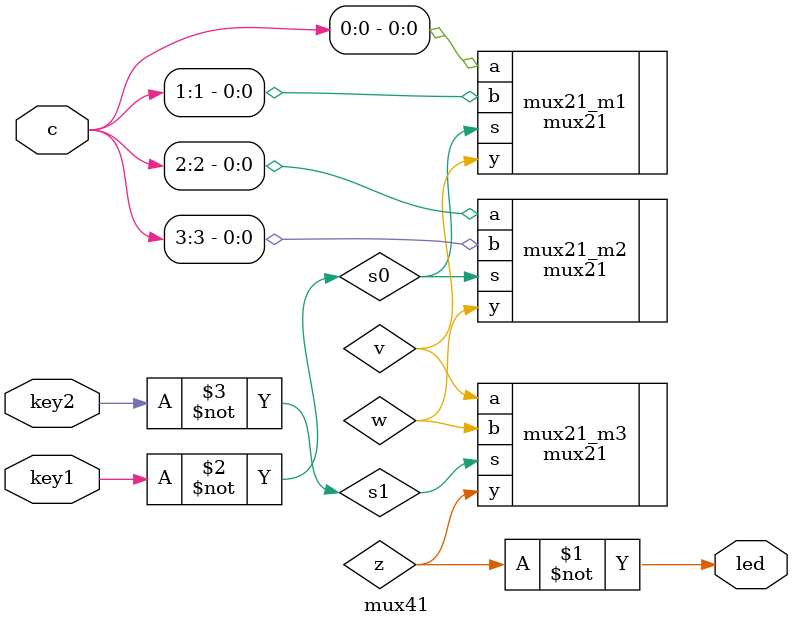
<source format=v>


//   Version         :   V1.0
//   Description     :   the top file of mux41
//
//   Modification history
//   ----------------------------------------------------------------------------
// Version       Data(2016/08/23)   V1.0
// Description    
//
//********************************************************
//
//
//*******************
//DEFINE MODULE PORT
//*******************

module mux41
(
	//INPUT
	c			,
	key1		,
	key2		,
	
	//OUTPUT
	led			
);

	//*******************
	//DEFINE INPUT
	//*******************
	input 	[3:0]	  c;
	input             key1;
	input             key2;
	
	//*******************
	//DEFINE OUTPUT
	//*******************
	output     		led;
	
	// call module mux21
	wire v;
	wire s0,s1;
	mux21 mux21_m1
				(
					//INPUT
					.a			(c[0]),
					.b			(c[1]),
					.s			(s0),
					
					//OUTPUT
					.y			(v)
				);

	wire w;
	mux21 mux21_m2
				(
					//INPUT
					.a			(c[2]),
					.b			(c[3]),
					.s			(s0),
					
					//OUTPUT
					.y			(w)
				);

	wire z;			
	mux21 mux21_m3
				(
					//INPUT
					.a			(v),
					.b			(w),
					.s			(s1),
					
					//OUTPUT
					.y			(z)
				);
	
	assign led=~z;
	
	assign s0=~key1;
	assign s1=~key2; 
	
endmodule      

</source>
